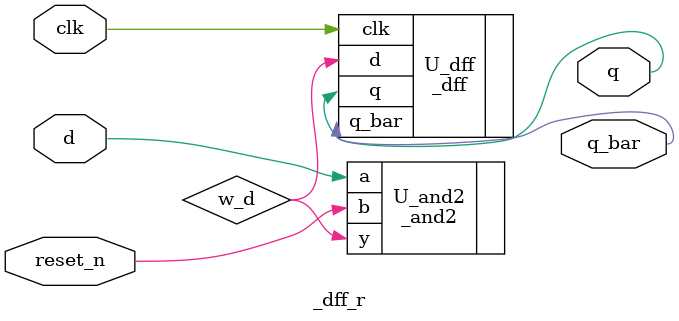
<source format=v>
module _dff_r (clk, reset_n, d, q, q_bar);
	input clk, reset_n, d;
	output q, q_bar;
	
	wire w_d;
	
	//instance
	_and2 U_and2(.a(d), .b(reset_n), .y(w_d));
	_dff 	U_dff(.clk(clk), .d(w_d), .q(q), .q_bar(q_bar));
	
endmodule 
</source>
